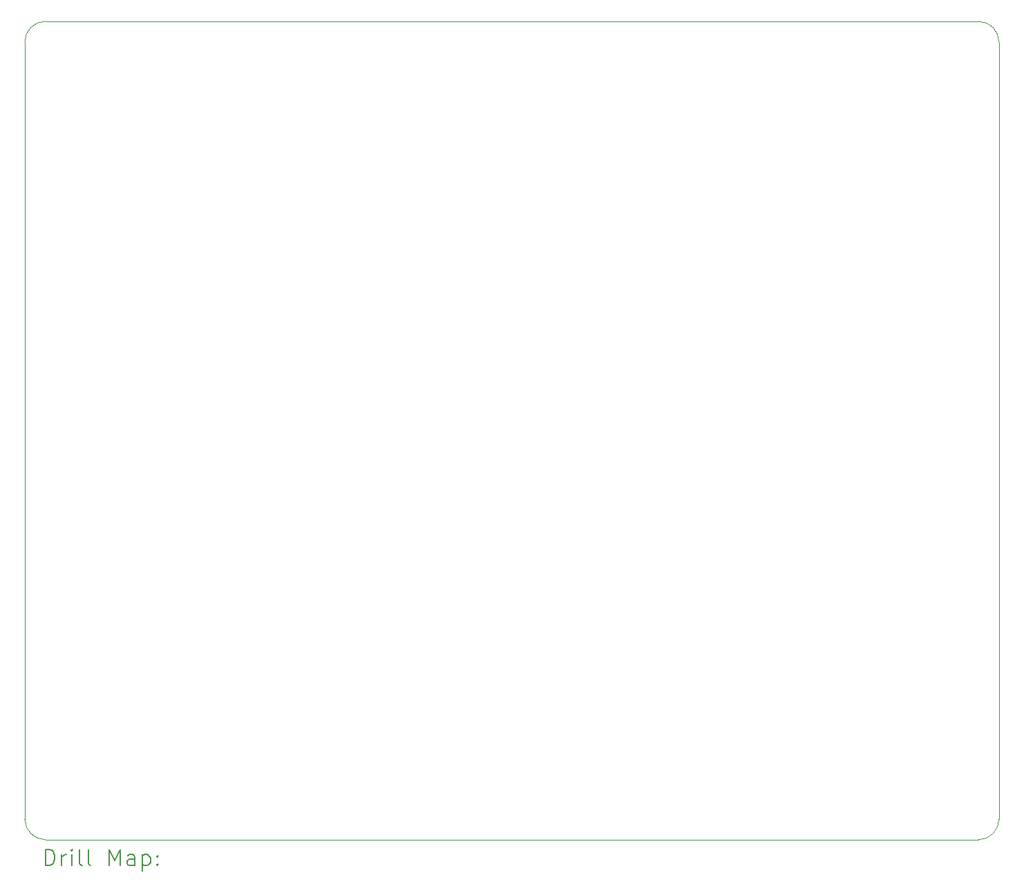
<source format=gbr>
%FSLAX45Y45*%
G04 Gerber Fmt 4.5, Leading zero omitted, Abs format (unit mm)*
G04 Created by KiCad (PCBNEW (6.0.5-0)) date 2022-06-21 10:59:43*
%MOMM*%
%LPD*%
G01*
G04 APERTURE LIST*
%TA.AperFunction,Profile*%
%ADD10C,0.100000*%
%TD*%
%ADD11C,0.200000*%
G04 APERTURE END LIST*
D10*
X-5969000Y-3810000D02*
X-5969000Y5715000D01*
X-5715000Y5969000D02*
X5715000Y5969000D01*
X5715000Y-4064000D02*
X-5715000Y-4064000D01*
X-5715000Y5969000D02*
G75*
G03*
X-5969000Y5715000I0J-254000D01*
G01*
X5715000Y-4064000D02*
G75*
G03*
X5969000Y-3810000I0J254000D01*
G01*
X5969000Y5715000D02*
G75*
G03*
X5715000Y5969000I-254000J0D01*
G01*
X5969000Y5715000D02*
X5969000Y-3810000D01*
X-5969000Y-3810000D02*
G75*
G03*
X-5715000Y-4064000I254000J0D01*
G01*
D11*
X-5716381Y-4379476D02*
X-5716381Y-4179476D01*
X-5668762Y-4179476D01*
X-5640190Y-4189000D01*
X-5621143Y-4208048D01*
X-5611619Y-4227095D01*
X-5602095Y-4265190D01*
X-5602095Y-4293762D01*
X-5611619Y-4331857D01*
X-5621143Y-4350905D01*
X-5640190Y-4369952D01*
X-5668762Y-4379476D01*
X-5716381Y-4379476D01*
X-5516381Y-4379476D02*
X-5516381Y-4246143D01*
X-5516381Y-4284238D02*
X-5506857Y-4265190D01*
X-5497333Y-4255667D01*
X-5478286Y-4246143D01*
X-5459238Y-4246143D01*
X-5392572Y-4379476D02*
X-5392572Y-4246143D01*
X-5392572Y-4179476D02*
X-5402095Y-4189000D01*
X-5392572Y-4198524D01*
X-5383048Y-4189000D01*
X-5392572Y-4179476D01*
X-5392572Y-4198524D01*
X-5268762Y-4379476D02*
X-5287810Y-4369952D01*
X-5297333Y-4350905D01*
X-5297333Y-4179476D01*
X-5164000Y-4379476D02*
X-5183048Y-4369952D01*
X-5192572Y-4350905D01*
X-5192572Y-4179476D01*
X-4935429Y-4379476D02*
X-4935429Y-4179476D01*
X-4868762Y-4322333D01*
X-4802095Y-4179476D01*
X-4802095Y-4379476D01*
X-4621143Y-4379476D02*
X-4621143Y-4274714D01*
X-4630667Y-4255667D01*
X-4649714Y-4246143D01*
X-4687810Y-4246143D01*
X-4706857Y-4255667D01*
X-4621143Y-4369952D02*
X-4640191Y-4379476D01*
X-4687810Y-4379476D01*
X-4706857Y-4369952D01*
X-4716381Y-4350905D01*
X-4716381Y-4331857D01*
X-4706857Y-4312810D01*
X-4687810Y-4303286D01*
X-4640191Y-4303286D01*
X-4621143Y-4293762D01*
X-4525905Y-4246143D02*
X-4525905Y-4446143D01*
X-4525905Y-4255667D02*
X-4506857Y-4246143D01*
X-4468762Y-4246143D01*
X-4449714Y-4255667D01*
X-4440191Y-4265190D01*
X-4430667Y-4284238D01*
X-4430667Y-4341381D01*
X-4440191Y-4360429D01*
X-4449714Y-4369952D01*
X-4468762Y-4379476D01*
X-4506857Y-4379476D01*
X-4525905Y-4369952D01*
X-4344952Y-4360429D02*
X-4335429Y-4369952D01*
X-4344952Y-4379476D01*
X-4354476Y-4369952D01*
X-4344952Y-4360429D01*
X-4344952Y-4379476D01*
X-4344952Y-4255667D02*
X-4335429Y-4265190D01*
X-4344952Y-4274714D01*
X-4354476Y-4265190D01*
X-4344952Y-4255667D01*
X-4344952Y-4274714D01*
M02*

</source>
